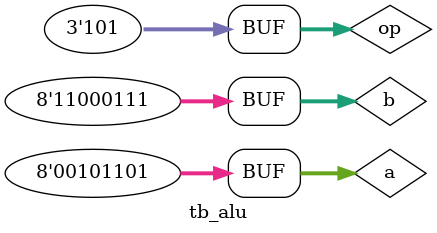
<source format=v>
module tb_alu;
	//Inputs
	reg [7:0] a;
	reg [7:0] b;
	reg [2:0] op;
	
	//Outputs
	wire [7:0] alu_out;
	
	//UUT
	alu U1 (
		.a(a),
		.b(b),
		.op(op),
		.alu_out(alu_out)
	);
	
	
	initial begin 
		//Initialize 
		a = 0;
		b = 0;
		op = 0; 
			
		//Simulation 
	  #10 a = 0110_1101;
	  #30 b = 1010_0101;
	  #10 op = 3'b011 ;
	  #30 b = 1111_1111; op = 3'b101 ;
	      
	
	end
	
		
endmodule 
</source>
